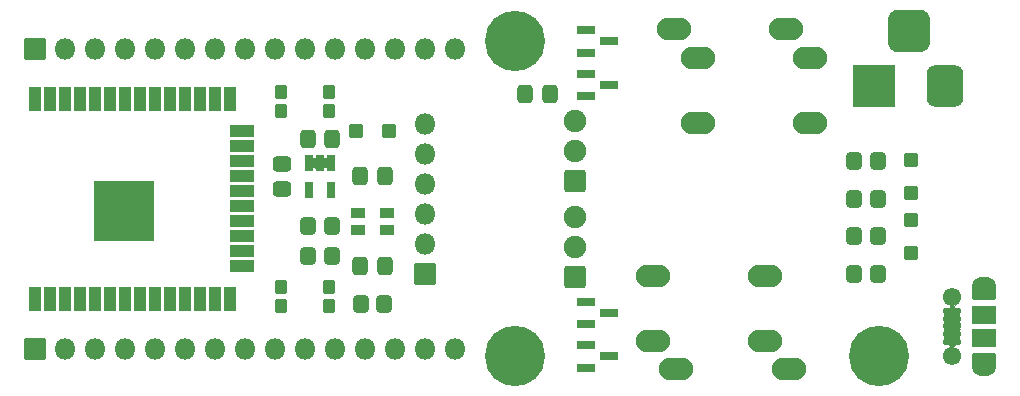
<source format=gbr>
G04 #@! TF.GenerationSoftware,KiCad,Pcbnew,(6.0.0-0)*
G04 #@! TF.CreationDate,2022-04-14T23:47:31-05:00*
G04 #@! TF.ProjectId,kbxIrBlaster,6b627849-7242-46c6-9173-7465722e6b69,rev?*
G04 #@! TF.SameCoordinates,Original*
G04 #@! TF.FileFunction,Soldermask,Top*
G04 #@! TF.FilePolarity,Negative*
%FSLAX46Y46*%
G04 Gerber Fmt 4.6, Leading zero omitted, Abs format (unit mm)*
G04 Created by KiCad (PCBNEW (6.0.0-0)) date 2022-04-14 23:47:31*
%MOMM*%
%LPD*%
G01*
G04 APERTURE LIST*
G04 Aperture macros list*
%AMRoundRect*
0 Rectangle with rounded corners*
0 $1 Rounding radius*
0 $2 $3 $4 $5 $6 $7 $8 $9 X,Y pos of 4 corners*
0 Add a 4 corners polygon primitive as box body*
4,1,4,$2,$3,$4,$5,$6,$7,$8,$9,$2,$3,0*
0 Add four circle primitives for the rounded corners*
1,1,$1+$1,$2,$3*
1,1,$1+$1,$4,$5*
1,1,$1+$1,$6,$7*
1,1,$1+$1,$8,$9*
0 Add four rect primitives between the rounded corners*
20,1,$1+$1,$2,$3,$4,$5,0*
20,1,$1+$1,$4,$5,$6,$7,0*
20,1,$1+$1,$6,$7,$8,$9,0*
20,1,$1+$1,$8,$9,$2,$3,0*%
G04 Aperture macros list end*
%ADD10RoundRect,0.301000X0.337500X0.475000X-0.337500X0.475000X-0.337500X-0.475000X0.337500X-0.475000X0*%
%ADD11RoundRect,0.051000X0.850000X0.850000X-0.850000X0.850000X-0.850000X-0.850000X0.850000X-0.850000X0*%
%ADD12O,1.802000X1.802000*%
%ADD13RoundRect,0.051000X-0.450000X-0.500000X0.450000X-0.500000X0.450000X0.500000X-0.450000X0.500000X0*%
%ADD14RoundRect,0.201000X-0.587500X-0.150000X0.587500X-0.150000X0.587500X0.150000X-0.587500X0.150000X0*%
%ADD15RoundRect,0.301000X-0.475000X0.337500X-0.475000X-0.337500X0.475000X-0.337500X0.475000X0.337500X0*%
%ADD16RoundRect,0.301000X0.350000X0.450000X-0.350000X0.450000X-0.350000X-0.450000X0.350000X-0.450000X0*%
%ADD17RoundRect,0.301000X-0.350000X-0.450000X0.350000X-0.450000X0.350000X0.450000X-0.350000X0.450000X0*%
%ADD18RoundRect,0.301000X-0.337500X-0.475000X0.337500X-0.475000X0.337500X0.475000X-0.337500X0.475000X0*%
%ADD19RoundRect,0.051000X-0.550000X-0.550000X0.550000X-0.550000X0.550000X0.550000X-0.550000X0.550000X0*%
%ADD20RoundRect,0.051000X-0.500000X-0.400000X0.500000X-0.400000X0.500000X0.400000X-0.500000X0.400000X0*%
%ADD21RoundRect,0.051000X0.450000X0.500000X-0.450000X0.500000X-0.450000X-0.500000X0.450000X-0.500000X0*%
%ADD22RoundRect,0.051000X0.450000X-1.000000X0.450000X1.000000X-0.450000X1.000000X-0.450000X-1.000000X0*%
%ADD23RoundRect,0.051000X1.000000X0.450000X-1.000000X0.450000X-1.000000X-0.450000X1.000000X-0.450000X0*%
%ADD24RoundRect,0.051000X2.500000X-2.500000X2.500000X2.500000X-2.500000X2.500000X-2.500000X-2.500000X0*%
%ADD25RoundRect,0.051000X0.850000X-0.850000X0.850000X0.850000X-0.850000X0.850000X-0.850000X-0.850000X0*%
%ADD26C,0.902000*%
%ADD27C,5.102000*%
%ADD28RoundRect,0.301200X0.649800X-0.649800X0.649800X0.649800X-0.649800X0.649800X-0.649800X-0.649800X0*%
%ADD29C,1.902000*%
%ADD30RoundRect,0.051000X0.550000X-0.550000X0.550000X0.550000X-0.550000X0.550000X-0.550000X-0.550000X0*%
%ADD31RoundRect,0.051000X-0.550000X0.550000X-0.550000X-0.550000X0.550000X-0.550000X0.550000X0.550000X0*%
%ADD32RoundRect,0.051000X1.750000X1.750000X-1.750000X1.750000X-1.750000X-1.750000X1.750000X-1.750000X0*%
%ADD33RoundRect,0.801000X0.750000X1.000000X-0.750000X1.000000X-0.750000X-1.000000X0.750000X-1.000000X0*%
%ADD34RoundRect,0.926000X0.875000X0.875000X-0.875000X0.875000X-0.875000X-0.875000X0.875000X-0.875000X0*%
%ADD35RoundRect,0.051000X0.675000X-0.200000X0.675000X0.200000X-0.675000X0.200000X-0.675000X-0.200000X0*%
%ADD36RoundRect,0.051000X0.950000X-0.750000X0.950000X0.750000X-0.950000X0.750000X-0.950000X-0.750000X0*%
%ADD37RoundRect,0.051000X0.950000X-0.600000X0.950000X0.600000X-0.950000X0.600000X-0.950000X-0.600000X0*%
%ADD38O,2.002000X1.302000*%
%ADD39C,1.552000*%
%ADD40RoundRect,0.201000X-0.150000X0.512500X-0.150000X-0.512500X0.150000X-0.512500X0.150000X0.512500X0*%
%ADD41O,2.902000X1.902000*%
G04 APERTURE END LIST*
D10*
X150897500Y-78740000D03*
X148822500Y-78740000D03*
D11*
X154305000Y-86995000D03*
D12*
X154305000Y-84455000D03*
X154305000Y-81915000D03*
X154305000Y-79375000D03*
X154305000Y-76835000D03*
X154305000Y-74295000D03*
D13*
X142095000Y-71590000D03*
X146195000Y-71590000D03*
X146195000Y-73190000D03*
X142095000Y-73190000D03*
D14*
X167972500Y-93030000D03*
X167972500Y-94930000D03*
X169847500Y-93980000D03*
D15*
X142240000Y-77702500D03*
X142240000Y-79777500D03*
D16*
X150860000Y-89535000D03*
X148860000Y-89535000D03*
D17*
X144415000Y-82931000D03*
X146415000Y-82931000D03*
D18*
X148822500Y-86360000D03*
X150897500Y-86360000D03*
D19*
X148460000Y-74930000D03*
X151260000Y-74930000D03*
D17*
X144415000Y-85471000D03*
X146415000Y-85471000D03*
D20*
X148610000Y-81850000D03*
X148610000Y-83250000D03*
X151110000Y-83250000D03*
X151110000Y-81850000D03*
D21*
X142095000Y-89700000D03*
X146195000Y-89700000D03*
X146195000Y-88100000D03*
X142095000Y-88100000D03*
D18*
X144377500Y-75565000D03*
X146452500Y-75565000D03*
D22*
X121285000Y-89145000D03*
X122555000Y-89145000D03*
X123825000Y-89145000D03*
X125095000Y-89145000D03*
X126365000Y-89145000D03*
X127635000Y-89145000D03*
X128905000Y-89145000D03*
X130175000Y-89145000D03*
X131445000Y-89145000D03*
X132715000Y-89145000D03*
X133985000Y-89145000D03*
X135255000Y-89145000D03*
X136525000Y-89145000D03*
X137795000Y-89145000D03*
D23*
X138795000Y-86360000D03*
X138795000Y-85090000D03*
X138795000Y-83820000D03*
X138795000Y-82550000D03*
X138795000Y-81280000D03*
X138795000Y-80010000D03*
X138795000Y-78740000D03*
X138795000Y-77470000D03*
X138795000Y-76200000D03*
X138795000Y-74930000D03*
D22*
X137795000Y-72145000D03*
X136525000Y-72145000D03*
X135255000Y-72145000D03*
X133985000Y-72145000D03*
X132715000Y-72145000D03*
X131445000Y-72145000D03*
X130175000Y-72145000D03*
X128905000Y-72145000D03*
X127635000Y-72145000D03*
X126365000Y-72145000D03*
X125095000Y-72145000D03*
X123825000Y-72145000D03*
X122555000Y-72145000D03*
X121285000Y-72145000D03*
D24*
X128785000Y-81645000D03*
D25*
X121285000Y-93345000D03*
D12*
X123825000Y-93345000D03*
X126365000Y-93345000D03*
X128905000Y-93345000D03*
X131445000Y-93345000D03*
X133985000Y-93345000D03*
X136525000Y-93345000D03*
X139065000Y-93345000D03*
X141605000Y-93345000D03*
X144145000Y-93345000D03*
X146685000Y-93345000D03*
X149225000Y-93345000D03*
X151765000Y-93345000D03*
X154305000Y-93345000D03*
X156845000Y-93345000D03*
D25*
X121285000Y-67945000D03*
D12*
X123825000Y-67945000D03*
X126365000Y-67945000D03*
X128905000Y-67945000D03*
X131445000Y-67945000D03*
X133985000Y-67945000D03*
X136525000Y-67945000D03*
X139065000Y-67945000D03*
X141605000Y-67945000D03*
X144145000Y-67945000D03*
X146685000Y-67945000D03*
X149225000Y-67945000D03*
X151765000Y-67945000D03*
X154305000Y-67945000D03*
X156845000Y-67945000D03*
D26*
X161925000Y-65435000D03*
X160599175Y-65984175D03*
X161925000Y-69185000D03*
X163800000Y-67310000D03*
D27*
X161925000Y-67310000D03*
D26*
X163250825Y-68635825D03*
X160050000Y-67310000D03*
X160599175Y-68635825D03*
X163250825Y-65984175D03*
D10*
X164867500Y-71755000D03*
X162792500Y-71755000D03*
D26*
X163800000Y-93980000D03*
X160050000Y-93980000D03*
X163250825Y-92654175D03*
X160599175Y-95305825D03*
D27*
X161925000Y-93980000D03*
D26*
X163250825Y-95305825D03*
X161925000Y-92105000D03*
X161925000Y-95855000D03*
X160599175Y-92654175D03*
D14*
X167972500Y-70043000D03*
X167972500Y-71943000D03*
X169847500Y-70993000D03*
D28*
X167005000Y-87249000D03*
D29*
X167005000Y-84709000D03*
X167005000Y-82169000D03*
D30*
X195471481Y-80140000D03*
X195471481Y-77340000D03*
D31*
X195471481Y-82420000D03*
X195471481Y-85220000D03*
D26*
X190875000Y-93980000D03*
D27*
X192750000Y-93980000D03*
D26*
X192750000Y-95855000D03*
X192750000Y-92105000D03*
X194075825Y-95305825D03*
X191424175Y-95305825D03*
X191424175Y-92654175D03*
X194075825Y-92654175D03*
X194625000Y-93980000D03*
D32*
X192296481Y-71120000D03*
D33*
X198296481Y-71120000D03*
D34*
X195296481Y-66420000D03*
D16*
X192661481Y-86995000D03*
X190661481Y-86995000D03*
X192661481Y-83820000D03*
X190661481Y-83820000D03*
D28*
X167005000Y-79121000D03*
D29*
X167005000Y-76581000D03*
X167005000Y-74041000D03*
D14*
X167972500Y-66360000D03*
X167972500Y-68260000D03*
X169847500Y-67310000D03*
D16*
X192661481Y-80645000D03*
X190661481Y-80645000D03*
X192661481Y-77470000D03*
X190661481Y-77470000D03*
D14*
X167972500Y-89347000D03*
X167972500Y-91247000D03*
X169847500Y-90297000D03*
D35*
X198961981Y-92740000D03*
X198961981Y-92090000D03*
X198961981Y-91440000D03*
X198961981Y-90790000D03*
X198961981Y-90140000D03*
D36*
X201661981Y-92440000D03*
D37*
X201661981Y-94340000D03*
X201661981Y-88540000D03*
D38*
X201661981Y-87940000D03*
D36*
X201661981Y-90440000D03*
D39*
X198961981Y-88940000D03*
X198961981Y-93940000D03*
D38*
X201661981Y-94940000D03*
D40*
X146365000Y-77602500D03*
X145415000Y-77602500D03*
X144465000Y-77602500D03*
X144465000Y-79877500D03*
X146365000Y-79877500D03*
D41*
X173600000Y-87150000D03*
X175600000Y-95050000D03*
X173600000Y-92650000D03*
X177400000Y-74178681D03*
X175400000Y-66278681D03*
X177400000Y-68678681D03*
X186900000Y-74178681D03*
X184900000Y-66278681D03*
X186900000Y-68678681D03*
X183100000Y-87150000D03*
X185100000Y-95050000D03*
X183100000Y-92650000D03*
G36*
X199316027Y-92990000D02*
G01*
X199316027Y-92992000D01*
X199314858Y-92992919D01*
X199247846Y-93012595D01*
X199202491Y-93064938D01*
X199192634Y-93133491D01*
X199221435Y-93196555D01*
X199260921Y-93225822D01*
X199261717Y-93227657D01*
X199260526Y-93229264D01*
X199259059Y-93229313D01*
X199138722Y-93186463D01*
X198967383Y-93166032D01*
X198795778Y-93184068D01*
X198665439Y-93228439D01*
X198663477Y-93228051D01*
X198662832Y-93226158D01*
X198663499Y-93225022D01*
X198712427Y-93183434D01*
X198732572Y-93117168D01*
X198713693Y-93050535D01*
X198661732Y-93004635D01*
X198609229Y-92992952D01*
X198607755Y-92991600D01*
X198608190Y-92989648D01*
X198609663Y-92989000D01*
X199314295Y-92989000D01*
X199316027Y-92990000D01*
G37*
G36*
X198257248Y-92327886D02*
G01*
X198268243Y-92335233D01*
X198287180Y-92339000D01*
X199636782Y-92339000D01*
X199655719Y-92335233D01*
X199666714Y-92327886D01*
X199668710Y-92327755D01*
X199669821Y-92329418D01*
X199669488Y-92330660D01*
X199660272Y-92344452D01*
X199662012Y-92345615D01*
X199662897Y-92347409D01*
X199662436Y-92348560D01*
X199647903Y-92365952D01*
X199639277Y-92434670D01*
X199662063Y-92482288D01*
X199661909Y-92484282D01*
X199661370Y-92484814D01*
X199660272Y-92485548D01*
X199669488Y-92499340D01*
X199669619Y-92501336D01*
X199667956Y-92502447D01*
X199666714Y-92502114D01*
X199655719Y-92494767D01*
X199636782Y-92491000D01*
X198287180Y-92491000D01*
X198268243Y-92494767D01*
X198257248Y-92502114D01*
X198255252Y-92502245D01*
X198254141Y-92500582D01*
X198254474Y-92499340D01*
X198263690Y-92485548D01*
X198261950Y-92484385D01*
X198261065Y-92482591D01*
X198261526Y-92481440D01*
X198276059Y-92464048D01*
X198284685Y-92395330D01*
X198261899Y-92347712D01*
X198262053Y-92345718D01*
X198262592Y-92345186D01*
X198263690Y-92344452D01*
X198254474Y-92330660D01*
X198254343Y-92328664D01*
X198256006Y-92327553D01*
X198257248Y-92327886D01*
G37*
G36*
X198257248Y-91677886D02*
G01*
X198268243Y-91685233D01*
X198287180Y-91689000D01*
X199636782Y-91689000D01*
X199655719Y-91685233D01*
X199666714Y-91677886D01*
X199668710Y-91677755D01*
X199669821Y-91679418D01*
X199669488Y-91680660D01*
X199660272Y-91694452D01*
X199662012Y-91695615D01*
X199662897Y-91697409D01*
X199662436Y-91698560D01*
X199647903Y-91715952D01*
X199639277Y-91784670D01*
X199662063Y-91832288D01*
X199661909Y-91834282D01*
X199661370Y-91834814D01*
X199660272Y-91835548D01*
X199669488Y-91849340D01*
X199669619Y-91851336D01*
X199667956Y-91852447D01*
X199666714Y-91852114D01*
X199655719Y-91844767D01*
X199636782Y-91841000D01*
X198287180Y-91841000D01*
X198268243Y-91844767D01*
X198257248Y-91852114D01*
X198255252Y-91852245D01*
X198254141Y-91850582D01*
X198254474Y-91849340D01*
X198263690Y-91835548D01*
X198261950Y-91834385D01*
X198261065Y-91832591D01*
X198261526Y-91831440D01*
X198276059Y-91814048D01*
X198284685Y-91745330D01*
X198261899Y-91697712D01*
X198262053Y-91695718D01*
X198262592Y-91695186D01*
X198263690Y-91694452D01*
X198254474Y-91680660D01*
X198254343Y-91678664D01*
X198256006Y-91677553D01*
X198257248Y-91677886D01*
G37*
G36*
X198257248Y-91027886D02*
G01*
X198268243Y-91035233D01*
X198287180Y-91039000D01*
X199636782Y-91039000D01*
X199655719Y-91035233D01*
X199666714Y-91027886D01*
X199668710Y-91027755D01*
X199669821Y-91029418D01*
X199669488Y-91030660D01*
X199660272Y-91044452D01*
X199662012Y-91045615D01*
X199662897Y-91047409D01*
X199662436Y-91048560D01*
X199647903Y-91065952D01*
X199639277Y-91134670D01*
X199662063Y-91182288D01*
X199661909Y-91184282D01*
X199661370Y-91184814D01*
X199660272Y-91185548D01*
X199669488Y-91199340D01*
X199669619Y-91201336D01*
X199667956Y-91202447D01*
X199666714Y-91202114D01*
X199655719Y-91194767D01*
X199636782Y-91191000D01*
X198287180Y-91191000D01*
X198268243Y-91194767D01*
X198257248Y-91202114D01*
X198255252Y-91202245D01*
X198254141Y-91200582D01*
X198254474Y-91199340D01*
X198263690Y-91185548D01*
X198261950Y-91184385D01*
X198261065Y-91182591D01*
X198261526Y-91181440D01*
X198276059Y-91164048D01*
X198284685Y-91095330D01*
X198261899Y-91047712D01*
X198262053Y-91045718D01*
X198262592Y-91045186D01*
X198263690Y-91044452D01*
X198254474Y-91030660D01*
X198254343Y-91028664D01*
X198256006Y-91027553D01*
X198257248Y-91027886D01*
G37*
G36*
X198257248Y-90377886D02*
G01*
X198268243Y-90385233D01*
X198287180Y-90389000D01*
X199636782Y-90389000D01*
X199655719Y-90385233D01*
X199666714Y-90377886D01*
X199668710Y-90377755D01*
X199669821Y-90379418D01*
X199669488Y-90380660D01*
X199660272Y-90394452D01*
X199662012Y-90395615D01*
X199662897Y-90397409D01*
X199662436Y-90398560D01*
X199647903Y-90415952D01*
X199639277Y-90484670D01*
X199662063Y-90532288D01*
X199661909Y-90534282D01*
X199661370Y-90534814D01*
X199660272Y-90535548D01*
X199669488Y-90549340D01*
X199669619Y-90551336D01*
X199667956Y-90552447D01*
X199666714Y-90552114D01*
X199655719Y-90544767D01*
X199636782Y-90541000D01*
X198287180Y-90541000D01*
X198268243Y-90544767D01*
X198257248Y-90552114D01*
X198255252Y-90552245D01*
X198254141Y-90550582D01*
X198254474Y-90549340D01*
X198263690Y-90535548D01*
X198261950Y-90534385D01*
X198261065Y-90532591D01*
X198261526Y-90531440D01*
X198276059Y-90514048D01*
X198284685Y-90445330D01*
X198261899Y-90397712D01*
X198262053Y-90395718D01*
X198262592Y-90395186D01*
X198263690Y-90394452D01*
X198254474Y-90380660D01*
X198254343Y-90378664D01*
X198256006Y-90377553D01*
X198257248Y-90377886D01*
G37*
G36*
X198774740Y-89690997D02*
G01*
X198945770Y-89713818D01*
X199117614Y-89698178D01*
X199256964Y-89652901D01*
X199258920Y-89653317D01*
X199259538Y-89655219D01*
X199258877Y-89656327D01*
X199211536Y-89696566D01*
X199191390Y-89762832D01*
X199210268Y-89829465D01*
X199262230Y-89875364D01*
X199314733Y-89887048D01*
X199316207Y-89888400D01*
X199315772Y-89890352D01*
X199314299Y-89891000D01*
X198609667Y-89891000D01*
X198607935Y-89890000D01*
X198607935Y-89888000D01*
X198609104Y-89887081D01*
X198676116Y-89867405D01*
X198721471Y-89815062D01*
X198731328Y-89746509D01*
X198702527Y-89683445D01*
X198661586Y-89653100D01*
X198660790Y-89651265D01*
X198661981Y-89649658D01*
X198663474Y-89649618D01*
X198774740Y-89690997D01*
G37*
G36*
X145065218Y-77096609D02*
G01*
X145066000Y-77098195D01*
X145066000Y-78106795D01*
X145065000Y-78108527D01*
X145063000Y-78108527D01*
X145062017Y-78107056D01*
X145061985Y-78106817D01*
X145033846Y-78043204D01*
X144976035Y-78005070D01*
X144906780Y-78004244D01*
X144848086Y-78040983D01*
X144818015Y-78106825D01*
X144817983Y-78107067D01*
X144816764Y-78108653D01*
X144814782Y-78108391D01*
X144814000Y-78106805D01*
X144814000Y-77098205D01*
X144815000Y-77096473D01*
X144817000Y-77096473D01*
X144817983Y-77097944D01*
X144818015Y-77098183D01*
X144846154Y-77161796D01*
X144903965Y-77199930D01*
X144973220Y-77200756D01*
X145031914Y-77164017D01*
X145061985Y-77098175D01*
X145062017Y-77097933D01*
X145063236Y-77096347D01*
X145065218Y-77096609D01*
G37*
G36*
X146015218Y-77096609D02*
G01*
X146016000Y-77098195D01*
X146016000Y-78106795D01*
X146015000Y-78108527D01*
X146013000Y-78108527D01*
X146012017Y-78107056D01*
X146011985Y-78106817D01*
X145983846Y-78043204D01*
X145926035Y-78005070D01*
X145856780Y-78004244D01*
X145798086Y-78040983D01*
X145768015Y-78106825D01*
X145767983Y-78107067D01*
X145766764Y-78108653D01*
X145764782Y-78108391D01*
X145764000Y-78106805D01*
X145764000Y-77098205D01*
X145765000Y-77096473D01*
X145767000Y-77096473D01*
X145767983Y-77097944D01*
X145768015Y-77098183D01*
X145796154Y-77161796D01*
X145853965Y-77199930D01*
X145923220Y-77200756D01*
X145981914Y-77164017D01*
X146011985Y-77098175D01*
X146012017Y-77097933D01*
X146013236Y-77096347D01*
X146015218Y-77096609D01*
G37*
M02*

</source>
